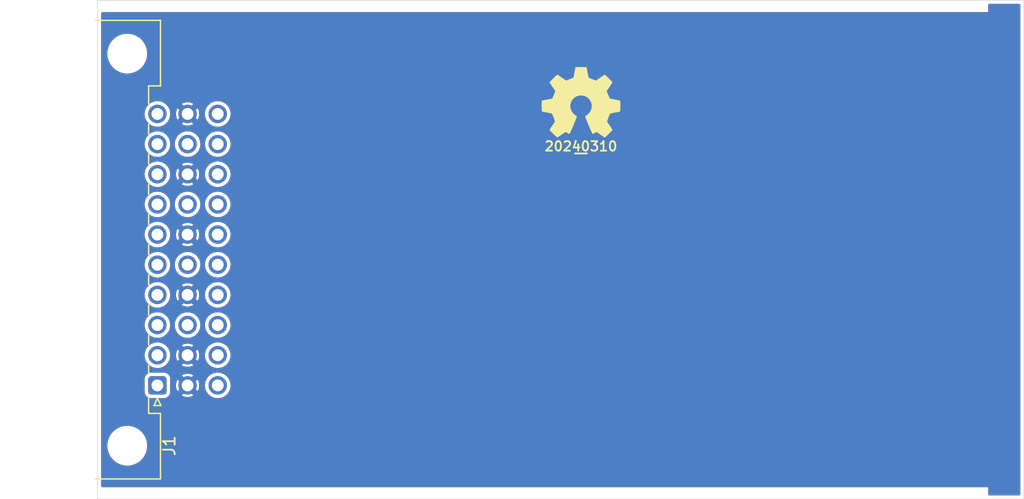
<source format=kicad_pcb>
(kicad_pcb (version 20221018) (generator pcbnew)
  (layers (0 "F.Cu" mixed) (31 "B.Cu" mixed) (34 "B.Paste" user) (35 "F.Paste" user) (36 "B.SilkS" user "B.Silkscreen") (37 "F.SilkS" user "F.Silkscreen") (38 "B.Mask" user) (39 "F.Mask" user) (44 "Edge.Cuts" user))
  (net 0 "")
  (net 1 "/V+")
  (net 2 "/5V")
  (net 11 "GND")
  (net 16 "/V-")
  (net 17 "/Vaux")
  (footprint "SquantorLabels:Label_Generic" (layer "F.Cu") (at 138.7 91.3)
    (fp_text reference "N1" hide)
    (fp_text value "20240310" (at 0 0) (layer "F.SilkS") (effects (font (size 0.8 0.8))))
    (fp_line (start -0.5 0.6) (end 0.5 0.6) (stroke (width 0.15)) (layer "F.SilkS"))
  )
  (footprint "Symbol:OSHW-Symbol_6.7x6mm_SilkScreen" (layer "F.Cu") (at 138.7 87.6)
    (fp_text reference "N2" hide)
    (fp_text value "OHWLOGO" hide)
    (fp_poly (pts (xy 0.555814 -2.531069) (xy 0.639635 -2.086445) (xy 0.94892 -1.958947) (xy 1.258206 -1.831449) (xy 1.629246 -2.083754) (xy 1.733157 -2.154004) (xy 1.827087 -2.216728) (xy 1.906652 -2.269062) (xy 1.96747 -2.308143) (xy 2.005157 -2.331107) (xy 2.015421 -2.336058) (xy 2.03391 -2.323324) (xy 2.07342 -2.288118) (xy 2.129522 -2.234938) (xy 2.197787 -2.168282) (xy 2.273786 -2.092646) (xy 2.353092 -2.012528) (xy 2.431275 -1.932426) (xy 2.503907 -1.856836) (xy 2.566559 -1.790255) (xy 2.614803 -1.737182) (xy 2.64421 -1.702113) (xy 2.651241 -1.690377) (xy 2.641123 -1.66874) (xy 2.612759 -1.621338) (xy 2.569129 -1.552807) (xy 2.513218 -1.467785) (xy 2.448006 -1.370907) (xy 2.410219 -1.31565) (xy 2.341343 -1.214752) (xy 2.28014 -1.123701) (xy 2.229578 -1.04703) (xy 2.192628 -0.989272) (xy 2.172258 -0.954957) (xy 2.169197 -0.947746) (xy 2.176136 -0.927252) (xy 2.195051 -0.879487) (xy 2.223087 -0.811168) (xy 2.257391 -0.729011) (xy 2.295109 -0.63973) (xy 2.333387 -0.550042) (xy 2.36937 -0.466662) (xy 2.400206 -0.396306) (xy 2.423039 -0.34569) (xy 2.435017 -0.321529) (xy 2.435724 -0.320578) (xy 2.454531 -0.315964) (xy 2.504618 -0.305672) (xy 2.580793 -0.290713) (xy 2.677865 -0.272099) (xy 2.790643 -0.250841) (xy 2.856442 -0.238582) (xy 2.97695 -0.215638) (xy 3.085797 -0.193805) (xy 3.177476 -0.174278) (xy 3.246481 -0.158252) (xy 3.287304 -0.146921) (xy 3.295511 -0.143326) (xy 3.303548 -0.118994) (xy 3.310033 -0.064041) (xy 3.31497 0.015108) (xy 3.318364 0.112026) (xy 3.320218 0.220287) (xy 3.320538 0.333465) (xy 3.319327 0.445135) (xy 3.31659 0.548868) (xy 3.312331 0.638241) (xy 3.306555 0.706826) (xy 3.299267 0.748197) (xy 3.294895 0.75681) (xy 3.268764 0.767133) (xy 3.213393 0.781892) (xy 3.136107 0.799352) (xy 3.04423 0.81778) (xy 3.012158 0.823741) (xy 2.857524 0.852066) (xy 2.735375 0.874876) (xy 2.641673 0.89308) (xy 2.572384 0.907583) (xy 2.523471 0.919292) (xy 2.490897 0.929115) (xy 2.470628 0.937956) (xy 2.458626 0.946724) (xy 2.456947 0.948457) (xy 2.440184 0.976371) (xy 2.414614 1.030695) (xy 2.382788 1.104777) (xy 2.34726 1.191965) (xy 2.310583 1.285608) (xy 2.275311 1.379052) (xy 2.243996 1.465647) (xy 2.219193 1.53874) (xy 2.203454 1.591678) (xy 2.199332 1.617811) (xy 2.199676 1.618726) (xy 2.213641 1.640086) (xy 2.245322 1.687084) (xy 2.291391 1.754827) (xy 2.348518 1.838423) (xy 2.413373 1.932982) (xy 2.431843 1.959854) (xy 2.497699 2.057275) (xy 2.55565 2.146163) (xy 2.602538 2.221412) (xy 2.635207 2.27792) (xy 2.6505 2.310581) (xy 2.651241 2.314593) (xy 2.638392 2.335684) (xy 2.602888 2.377464) (xy 2.549293 2.435445) (xy 2.482171 2.505135) (xy 2.406087 2.582045) (xy 2.325604 2.661683) (xy 2.245287 2.739561) (xy 2.169699 2.811186) (xy 2.103405 2.87207) (xy 2.050969 2.917721) (xy 2.016955 2.94365) (xy 2.007545 2.947883) (xy 1.985643 2.937912) (xy 1.9408 2.91102) (xy 1.880321 2.871736) (xy 1.833789 2.840117) (xy 1.749475 2.782098) (xy 1.649626 2.713784) (xy 1.549473 2.645579) (xy 1.495627 2.609075) (xy 1.313371 2.4858) (xy 1.160381 2.56852) (xy 1.090682 2.604759) (xy 1.031414 2.632926) (xy 0.991311 2.648991) (xy 0.981103 2.651226) (xy 0.968829 2.634722) (xy 0.944613 2.588082) (xy 0.910263 2.515609) (xy 0.867588 2.421606) (xy 0.818394 2.310374) (xy 0.76449 2.186215) (xy 0.707684 2.053432) (xy 0.649782 1.916327) (xy 0.592593 1.779202) (xy 0.537924 1.646358) (xy 0.487584 1.522098) (xy 0.44338 1.410725) (xy 0.407119 1.316539) (xy 0.380609 1.243844) (xy 0.365658 1.196941) (xy 0.363254 1.180833) (xy 0.382311 1.160286) (xy 0.424036 1.126933) (xy 0.479706 1.087702) (xy 0.484378 1.084599) (xy 0.628264 0.969423) (xy 0.744283 0.835053) (xy 0.83143 0.685784) (xy 0.888699 0.525913) (xy 0.915086 0.359737) (xy 0.909585 0.191552) (xy 0.87119 0.025655) (xy 0.798895 -0.133658) (xy 0.777626 -0.168513) (xy 0.666996 -0.309263) (xy 0.536302 -0.422286) (xy 0.390064 -0.506997) (xy 0.232808 -0.562806) (xy 0.069057 -0.589126) (xy -0.096667 -0.58537) (xy -0.259838 -0.55095) (xy -0.415935 -0.485277) (xy -0.560433 -0.387765) (xy -0.605131 -0.348187) (xy -0.718888 -0.224297) (xy -0.801782 -0.093876) (xy -0.858644 0.052315) (xy -0.890313 0.197088) (xy -0.898131 0.35986) (xy -0.872062 0.52344) (xy -0.814755 0.682298) (xy -0.728856 0.830906) (xy -0.617014 0.963735) (xy -0.481877 1.075256) (xy -0.464117 1.087011) (xy -0.40785 1.125508) (xy -0.365077 1.158863) (xy -0.344628 1.18016) (xy -0.344331 1.180833) (xy -0.348721 1.203871) (xy -0.366124 1.256157) (xy -0.394732 1.33339) (xy -0.432735 1.431268) (xy -0.478326 1.545491) (xy -0.529697 1.671758) (xy -0.585038 1.805767) (xy -0.642542 1.943218) (xy -0.700399 2.079808) (xy -0.756802 2.211237) (xy -0.809942 2.333205) (xy -0.85801 2.441409) (xy -0.899199 2.531549) (xy -0.931699 2.599323) (xy -0.953703 2.64043) (xy -0.962564 2.651226) (xy -0.98964 2.642819) (xy -1.040303 2.620272) (xy -1.105817 2.587613) (xy -1.141841 2.56852) (xy -1.294832 2.4858) (xy -1.477088 2.609075) (xy -1.570125 2.672228) (xy -1.671985 2.741727) (xy -1.767438 2.807165) (xy -1.81525 2.840117) (xy -1.882495 2.885273) (xy -1.939436 2.921057) (xy -1.978646 2.942938) (xy -1.991381 2.947563) (xy -2.009917 2.935085) (xy -2.050941 2.900252) (xy -2.110475 2.846678) (xy -2.184542 2.777983) (xy -2.269165 2.697781) (xy -2.322685 2.646286) (xy -2.416319 2.554286) (xy -2.497241 2.471999) (xy -2.562177 2.402945) (xy -2.607858 2.350644) (xy -2.631011 2.318616) (xy -2.633232 2.312116) (xy -2.622924 2.287394) (xy -2.594439 2.237405) (xy -2.550937 2.167212) (xy -2.495577 2.081875) (xy -2.43152 1.986456) (xy -2.413303 1.959854) (xy -2.346927 1.863167) (xy -2.287378 1.776117) (xy -2.237984 1.703595) (xy -2.202075 1.650493) (xy -2.182981 1.621703) (xy -2.181136 1.618726) (xy -2.183895 1.595782) (xy -2.198538 1.545336) (xy -2.222513 1.474041) (xy -2.253266 1.388547) (xy -2.288244 1.295507) (xy -2.324893 1.201574) (xy -2.360661 1.113399) (xy -2.392994 1.037634) (xy -2.419338 0.980931) (xy -2.437142 0.949943) (xy -2.438407 0.948457) (xy -2.449294 0.939601) (xy -2.467682 0.930843) (xy -2.497606 0.921277) (xy -2.543103 0.909996) (xy -2.608209 0.896093) (xy -2.696961 0.878663) (xy -2.813393 0.856798) (xy -2.961542 0.829591) (xy -2.993618 0.823741) (xy -3.088686 0.805374) (xy -3.171565 0.787405) (xy -3.23493 0.771569) (xy -3.271458 0.7596) (xy -3.276356 0.75681) (xy -3.284427 0.732072) (xy -3.290987 0.67679) (xy -3.296033 0.597389) (xy -3.299559 0.500296) (xy -3.301561 0.391938) (xy -3.302036 0.27874) (xy -3.300977 0.167128) (xy -3.298382 0.063529) (xy -3.294246 -0.025632) (xy -3.288563 -0.093928) (xy -3.281331 -0.134934) (xy -3.276971 -0.143326) (xy -3.252698 -0.151792) (xy -3.197426 -0.165565) (xy -3.116662 -0.18345) (xy -3.015912 -0.204252) (xy -2.900683 -0.226777) (xy -2.837902 -0.238582) (xy -2.718787 -0.260849) (xy -2.612565 -0.281021) (xy -2.524427 -0.298085) (xy -2.459566 -0.311031) (xy -2.423174 -0.318845) (xy -2.417184 -0.320578) (xy -2.407061 -0.34011) (xy -2.385662 -0.387157) (xy -2.355839 -0.454997) (xy -2.320445 -0.536909) (xy -2.282332 -0.626172) (xy -2.244353 -0.716065) (xy -2.20936 -0.799865) (xy -2.180206 -0.870853) (xy -2.159743 -0.922306) (xy -2.150823 -0.947503) (xy -2.150657 -0.948604) (xy -2.160769 -0.968481) (xy -2.189117 -1.014223) (xy -2.232723 -1.081283) (xy -2.288606 -1.165116) (xy -2.353787 -1.261174) (xy -2.391679 -1.31635) (xy -2.460725 -1.417519) (xy -2.52205 -1.50937) (xy -2.572663 -1.587256) (xy -2.609571 -1.646531) (xy -2.629782 -1.682549) (xy -2.632701 -1.690623) (xy -2.620153 -1.709416) (xy -2.585463 -1.749543) (xy -2.533063 -1.806507) (xy -2.467384 -1.875815) (xy -2.392856 -1.952969) (xy -2.313913 -2.033475) (xy -2.234983 -2.112837) (xy -2.1605 -2.18656) (xy -2.094894 -2.250148) (xy -2.042596 -2.299106) (xy -2.008039 -2.328939) (xy -1.996478 -2.336058) (xy -1.977654 -2.326047) (xy -1.932631 -2.297922) (xy -1.865787 -2.254546) (xy -1.781499 -2.198782) (xy -1.684144 -2.133494) (xy -1.610707 -2.083754) (xy -1.239667 -1.831449) (xy -0.621095 -2.086445) (xy -0.537275 -2.531069) (xy -0.453454 -2.975693) (xy 0.471994 -2.975693) (xy 0.555814 -2.531069)) (stroke (width 0.01)) (fill solid) (layer "F.SilkS"))
  )
  (footprint "SquantorConnectors:DIN41612_C3_3x10_Male_Horizontal_THT" (layer "F.Cu") (at 103.035 111.43 90)
    (fp_text reference "J1" (at -5.08 1 90) (layer "F.SilkS"))
    (fp_text value "~")
    (fp_line (start -7.88 -5.3) (end -7.88 0.26) (stroke (width 0.12)) (layer "F.SilkS"))
    (fp_line (start -7.88 0.26) (end -2.36 0.26) (stroke (width 0.12)) (layer "F.SilkS"))
    (fp_line (start -2.361 -0.74) (end -1.095 -0.74) (stroke (width 0.12)) (layer "F.SilkS"))
    (fp_line (start -2.36 0.26) (end -2.36 -0.74) (stroke (width 0.12)) (layer "F.SilkS"))
    (fp_line (start -1.695 -0.3) (end -1.695 0.3) (stroke (width 0.12)) (layer "F.SilkS"))
    (fp_line (start -1.695 0.3) (end -1.095 0) (stroke (width 0.12)) (layer "F.SilkS"))
    (fp_line (start -1.095 0) (end -1.695 -0.3) (stroke (width 0.12)) (layer "F.SilkS"))
    (fp_line (start 1.095 -0.74) (end 1.671 -0.74) (stroke (width 0.12)) (layer "F.SilkS"))
    (fp_line (start 3.41 -0.74) (end 4.211 -0.74) (stroke (width 0.12)) (layer "F.SilkS"))
    (fp_line (start 5.95 -0.74) (end 6.751 -0.74) (stroke (width 0.12)) (layer "F.SilkS"))
    (fp_line (start 8.49 -0.74) (end 9.291 -0.74) (stroke (width 0.12)) (layer "F.SilkS"))
    (fp_line (start 11.03 -0.74) (end 11.831 -0.74) (stroke (width 0.12)) (layer "F.SilkS"))
    (fp_line (start 13.57 -0.74) (end 14.371 -0.74) (stroke (width 0.12)) (layer "F.SilkS"))
    (fp_line (start 16.11 -0.74) (end 16.911 -0.74) (stroke (width 0.12)) (layer "F.SilkS"))
    (fp_line (start 18.65 -0.74) (end 19.451 -0.74) (stroke (width 0.12)) (layer "F.SilkS"))
    (fp_line (start 21.19 -0.74) (end 21.991 -0.74) (stroke (width 0.12)) (layer "F.SilkS"))
    (fp_line (start 23.73 -0.74) (end 25.22 -0.74) (stroke (width 0.12)) (layer "F.SilkS"))
    (fp_line (start 25.22 0.26) (end 25.22 -0.74) (stroke (width 0.12)) (layer "F.SilkS"))
    (fp_line (start 30.74 -5.3) (end 30.74 0.26) (stroke (width 0.12)) (layer "F.SilkS"))
    (fp_line (start 30.74 0.26) (end 25.22 0.26) (stroke (width 0.12)) (layer "F.SilkS"))
    (pad "" np_thru_hole circle (at -5.08 -2.54 90) (size 2.85 2.85) (drill 2.85) (layers "*.Cu" "*.Mask"))
    (pad "" np_thru_hole circle (at 27.94 -2.54 90) (size 2.85 2.85) (drill 2.85) (layers "*.Cu" "*.Mask"))
    (pad "A1" thru_hole roundrect (at 0 0 90) (size 1.55 1.55) (drill 1) (layers "*.Cu" "*.Mask") (roundrect_rratio 0.16129) (net 1 "/V+"))
    (pad "A2" thru_hole circle (at 2.54 0 90) (size 1.55 1.55) (drill 1) (layers "*.Cu" "*.Mask") (net 2 "/5V"))
    (pad "A3" thru_hole circle (at 5.08 0 90) (size 1.55 1.55) (drill 1) (layers "*.Cu" "*.Mask"))
    (pad "A4" thru_hole circle (at 7.62 0 90) (size 1.55 1.55) (drill 1) (layers "*.Cu" "*.Mask"))
    (pad "A5" thru_hole circle (at 10.16 0 90) (size 1.55 1.55) (drill 1) (layers "*.Cu" "*.Mask"))
    (pad "A6" thru_hole circle (at 12.7 0 90) (size 1.55 1.55) (drill 1) (layers "*.Cu" "*.Mask"))
    (pad "A7" thru_hole circle (at 15.24 0 90) (size 1.55 1.55) (drill 1) (layers "*.Cu" "*.Mask"))
    (pad "A8" thru_hole circle (at 17.78 0 90) (size 1.55 1.55) (drill 1) (layers "*.Cu" "*.Mask"))
    (pad "A9" thru_hole circle (at 20.32 0 90) (size 1.55 1.55) (drill 1) (layers "*.Cu" "*.Mask"))
    (pad "A10" thru_hole circle (at 22.86 0 90) (size 1.55 1.55) (drill 1) (layers "*.Cu" "*.Mask"))
    (pad "B1" thru_hole circle (at 0 2.54 90) (size 1.55 1.55) (drill 1) (layers "*.Cu" "*.Mask") (net 11 "GND"))
    (pad "B2" thru_hole circle (at 2.54 2.54 90) (size 1.55 1.55) (drill 1) (layers "*.Cu" "*.Mask") (net 11 "GND"))
    (pad "B3" thru_hole circle (at 5.08 2.54 90) (size 1.55 1.55) (drill 1) (layers "*.Cu" "*.Mask"))
    (pad "B4" thru_hole circle (at 7.62 2.54 90) (size 1.55 1.55) (drill 1) (layers "*.Cu" "*.Mask") (net 11 "GND"))
    (pad "B5" thru_hole circle (at 10.16 2.54 90) (size 1.55 1.55) (drill 1) (layers "*.Cu" "*.Mask"))
    (pad "B6" thru_hole circle (at 12.7 2.54 90) (size 1.55 1.55) (drill 1) (layers "*.Cu" "*.Mask") (net 11 "GND"))
    (pad "B7" thru_hole circle (at 15.24 2.54 90) (size 1.55 1.55) (drill 1) (layers "*.Cu" "*.Mask"))
    (pad "B8" thru_hole circle (at 17.78 2.54 90) (size 1.55 1.55) (drill 1) (layers "*.Cu" "*.Mask") (net 11 "GND"))
    (pad "B9" thru_hole circle (at 20.32 2.54 90) (size 1.55 1.55) (drill 1) (layers "*.Cu" "*.Mask"))
    (pad "B10" thru_hole circle (at 22.86 2.54 90) (size 1.55 1.55) (drill 1) (layers "*.Cu" "*.Mask") (net 11 "GND"))
    (pad "C1" thru_hole circle (at 0 5.08 90) (size 1.55 1.55) (drill 1) (layers "*.Cu" "*.Mask") (net 16 "/V-"))
    (pad "C2" thru_hole circle (at 2.54 5.08 90) (size 1.55 1.55) (drill 1) (layers "*.Cu" "*.Mask") (net 17 "/Vaux"))
    (pad "C3" thru_hole circle (at 5.08 5.08 90) (size 1.55 1.55) (drill 1) (layers "*.Cu" "*.Mask"))
    (pad "C4" thru_hole circle (at 7.62 5.08 90) (size 1.55 1.55) (drill 1) (layers "*.Cu" "*.Mask"))
    (pad "C5" thru_hole circle (at 10.16 5.08 90) (size 1.55 1.55) (drill 1) (layers "*.Cu" "*.Mask"))
    (pad "C6" thru_hole circle (at 12.7 5.08 90) (size 1.55 1.55) (drill 1) (layers "*.Cu" "*.Mask"))
    (pad "C7" thru_hole circle (at 15.24 5.08 90) (size 1.55 1.55) (drill 1) (layers "*.Cu" "*.Mask"))
    (pad "C8" thru_hole circle (at 17.78 5.08 90) (size 1.55 1.55) (drill 1) (layers "*.Cu" "*.Mask"))
    (pad "C9" thru_hole circle (at 20.32 5.08 90) (size 1.55 1.55) (drill 1) (layers "*.Cu" "*.Mask"))
    (pad "C10" thru_hole circle (at 22.86 5.08 90) (size 1.55 1.55) (drill 1) (layers "*.Cu" "*.Mask"))
  )
  (gr_line (start 176 121) (end 176 79) (stroke (width 0.05)) (layer "Edge.Cuts"))
  (gr_line (start 176 79) (end 98 79) (stroke (width 0.05)) (layer "Edge.Cuts"))
  (gr_line (start 98 79) (end 98 121) (stroke (width 0.05)) (layer "Edge.Cuts"))
  (gr_line (start 98 121) (end 176 121) (stroke (width 0.05)) (layer "Edge.Cuts"))
  (zone (net 0) (net_name "") (layers "F&B.Cu") (name "top rail") (connect_pads (clearance 0)) (min_thickness 0.25)
    (keepout (tracks not_allowed) (vias not_allowed) (pads not_allowed) (copperpour not_allowed) (footprints not_allowed))
    (fill (thermal_gap 0.5) (thermal_bridge_width 0.5))
    (polygon (pts (xy 98 79) (xy 173 79) (xy 173 80) (xy 98 80)))
  )
  (zone (net 0) (net_name "") (layers "F&B.Cu") (connect_pads (clearance 0)) (min_thickness 0.25)
    (keepout (tracks not_allowed) (vias not_allowed) (pads not_allowed) (copperpour not_allowed) (footprints not_allowed))
    (fill (thermal_gap 0.5) (thermal_bridge_width 0.5))
    (polygon (pts (xy 98 121) (xy 98 120) (xy 173 120) (xy 173 121)))
  )
  (zone (net 11) (net_name "GND") (layers "F&B.Cu") (connect_pads (clearance 0.3)) (min_thickness 0.2) (fill yes (thermal_gap 0.2) (thermal_bridge_width 0.5))
    (polygon (pts (xy 98 79) (xy 176 79) (xy 176 121) (xy 98 121)))
  )
)
</source>
